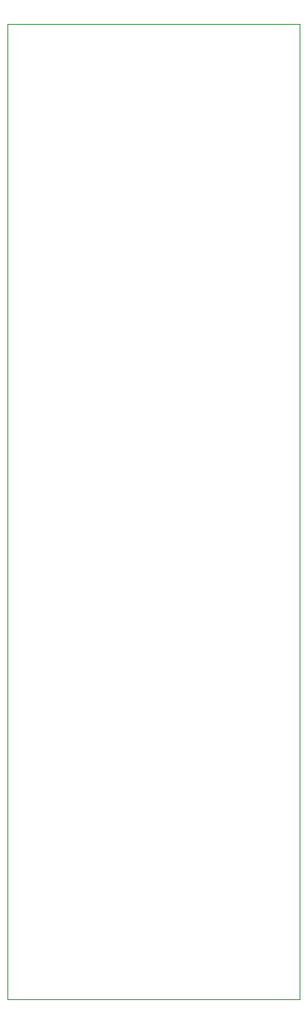
<source format=gbr>
%TF.GenerationSoftware,Altium Limited,Altium Designer,24.3.1 (35)*%
G04 Layer_Color=0*
%FSLAX45Y45*%
%MOMM*%
%TF.SameCoordinates,0FFCB549-CC09-4AA2-A398-349E3E2AD51F*%
%TF.FilePolarity,Positive*%
%TF.FileFunction,Profile,NP*%
%TF.Part,Single*%
G01*
G75*
%TA.AperFunction,Profile*%
%ADD40C,0.02540*%
D40*
X0Y10000000D02*
X3000000D01*
Y0D01*
X0D01*
Y10000000D01*
%TF.MD5,d51df6bf79dade402f834f591149c66f*%
M02*

</source>
